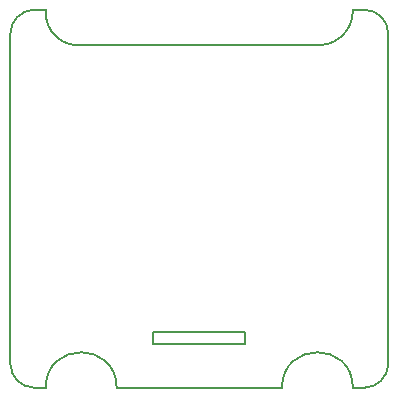
<source format=gbr>
G04 DipTrace 3.2.0.1*
G04 BoardOutline.gbr*
%MOIN*%
G04 #@! TF.FileFunction,Profile*
G04 #@! TF.Part,Single*
%ADD11C,0.005512*%
%FSLAX26Y26*%
G04*
G70*
G90*
G75*
G01*
G04 BoardOutline*
%LPD*%
X-629921Y551181D2*
D11*
G02X-551181Y629921I80709J-1969D01*
G01*
X-511811D1*
G03X-381374Y513646I108293J-9818D01*
G01*
X380072Y513106D1*
G03X511811Y629921I17601J112843D01*
G01*
X551181D1*
G02X629921Y551181I-1969J-80709D01*
G01*
Y-551181D1*
G02X551181Y-629921I-80709J1969D01*
G01*
X511811D1*
G03X275591Y-629921I-118110J0D01*
G01*
X-275591D1*
G03X-511811Y-629921I-118110J0D01*
G01*
X-551181D1*
G02X-629921Y-551181I1969J80709D01*
G01*
Y551181D1*
X-153543Y-444882D2*
X153543D1*
Y-484252D1*
X-153543D1*
Y-444882D1*
M02*

</source>
